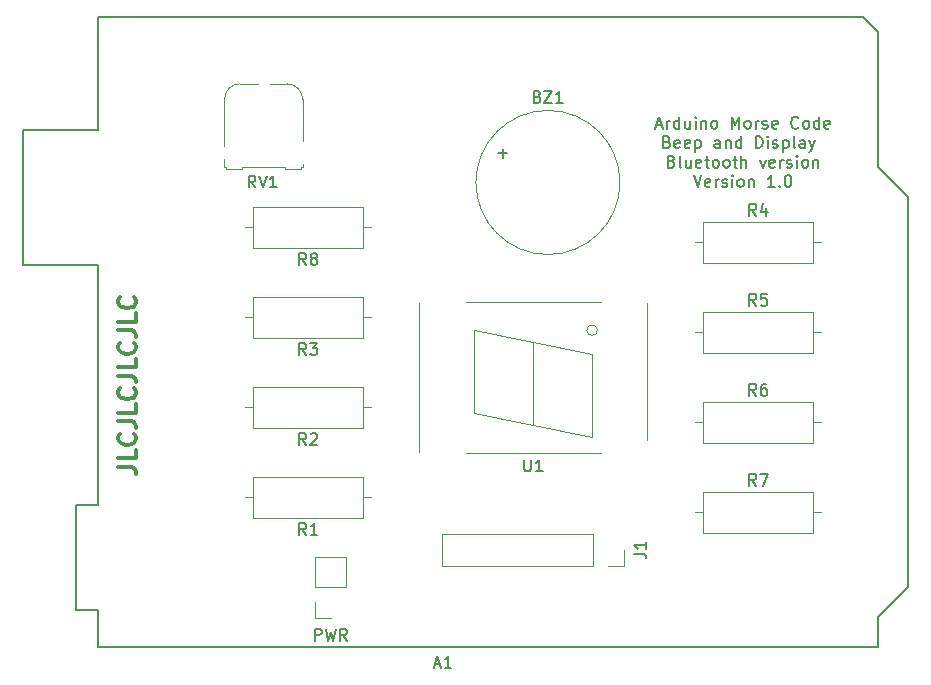
<source format=gbr>
G04 #@! TF.GenerationSoftware,KiCad,Pcbnew,(5.1.5)-3*
G04 #@! TF.CreationDate,2022-01-09T12:48:11+00:00*
G04 #@! TF.ProjectId,MorseSerialArduinoShield,4d6f7273-6553-4657-9269-616c41726475,rev?*
G04 #@! TF.SameCoordinates,Original*
G04 #@! TF.FileFunction,Legend,Top*
G04 #@! TF.FilePolarity,Positive*
%FSLAX46Y46*%
G04 Gerber Fmt 4.6, Leading zero omitted, Abs format (unit mm)*
G04 Created by KiCad (PCBNEW (5.1.5)-3) date 2022-01-09 12:48:11*
%MOMM*%
%LPD*%
G04 APERTURE LIST*
%ADD10C,0.300000*%
%ADD11C,0.150000*%
%ADD12C,0.120000*%
G04 APERTURE END LIST*
D10*
X112716571Y-113608571D02*
X113788000Y-113608571D01*
X114002285Y-113680000D01*
X114145142Y-113822857D01*
X114216571Y-114037142D01*
X114216571Y-114180000D01*
X114216571Y-112180000D02*
X114216571Y-112894285D01*
X112716571Y-112894285D01*
X114073714Y-110822857D02*
X114145142Y-110894285D01*
X114216571Y-111108571D01*
X114216571Y-111251428D01*
X114145142Y-111465714D01*
X114002285Y-111608571D01*
X113859428Y-111680000D01*
X113573714Y-111751428D01*
X113359428Y-111751428D01*
X113073714Y-111680000D01*
X112930857Y-111608571D01*
X112788000Y-111465714D01*
X112716571Y-111251428D01*
X112716571Y-111108571D01*
X112788000Y-110894285D01*
X112859428Y-110822857D01*
X112716571Y-109751428D02*
X113788000Y-109751428D01*
X114002285Y-109822857D01*
X114145142Y-109965714D01*
X114216571Y-110180000D01*
X114216571Y-110322857D01*
X114216571Y-108322857D02*
X114216571Y-109037142D01*
X112716571Y-109037142D01*
X114073714Y-106965714D02*
X114145142Y-107037142D01*
X114216571Y-107251428D01*
X114216571Y-107394285D01*
X114145142Y-107608571D01*
X114002285Y-107751428D01*
X113859428Y-107822857D01*
X113573714Y-107894285D01*
X113359428Y-107894285D01*
X113073714Y-107822857D01*
X112930857Y-107751428D01*
X112788000Y-107608571D01*
X112716571Y-107394285D01*
X112716571Y-107251428D01*
X112788000Y-107037142D01*
X112859428Y-106965714D01*
X112716571Y-105894285D02*
X113788000Y-105894285D01*
X114002285Y-105965714D01*
X114145142Y-106108571D01*
X114216571Y-106322857D01*
X114216571Y-106465714D01*
X114216571Y-104465714D02*
X114216571Y-105180000D01*
X112716571Y-105180000D01*
X114073714Y-103108571D02*
X114145142Y-103180000D01*
X114216571Y-103394285D01*
X114216571Y-103537142D01*
X114145142Y-103751428D01*
X114002285Y-103894285D01*
X113859428Y-103965714D01*
X113573714Y-104037142D01*
X113359428Y-104037142D01*
X113073714Y-103965714D01*
X112930857Y-103894285D01*
X112788000Y-103751428D01*
X112716571Y-103537142D01*
X112716571Y-103394285D01*
X112788000Y-103180000D01*
X112859428Y-103108571D01*
X112716571Y-102037142D02*
X113788000Y-102037142D01*
X114002285Y-102108571D01*
X114145142Y-102251428D01*
X114216571Y-102465714D01*
X114216571Y-102608571D01*
X114216571Y-100608571D02*
X114216571Y-101322857D01*
X112716571Y-101322857D01*
X114073714Y-99251428D02*
X114145142Y-99322857D01*
X114216571Y-99537142D01*
X114216571Y-99680000D01*
X114145142Y-99894285D01*
X114002285Y-100037142D01*
X113859428Y-100108571D01*
X113573714Y-100180000D01*
X113359428Y-100180000D01*
X113073714Y-100108571D01*
X112930857Y-100037142D01*
X112788000Y-99894285D01*
X112716571Y-99680000D01*
X112716571Y-99537142D01*
X112788000Y-99322857D01*
X112859428Y-99251428D01*
D11*
X110998000Y-128905000D02*
X177038000Y-128905000D01*
X110998000Y-125730000D02*
X110998000Y-128905000D01*
X109093000Y-125730000D02*
X110998000Y-125730000D01*
X109093000Y-116840000D02*
X109093000Y-125730000D01*
X110998000Y-116840000D02*
X109093000Y-116840000D01*
X110998000Y-96520000D02*
X110998000Y-116840000D01*
X104648000Y-96520000D02*
X110998000Y-96520000D01*
X104648000Y-85090000D02*
X104648000Y-96520000D01*
X110998000Y-85090000D02*
X104648000Y-85090000D01*
X110998000Y-84455000D02*
X110998000Y-85090000D01*
X110998000Y-75565000D02*
X110998000Y-84455000D01*
X175768000Y-75565000D02*
X110998000Y-75565000D01*
X177038000Y-76835000D02*
X175768000Y-75565000D01*
X177038000Y-88265000D02*
X177038000Y-76835000D01*
X179578000Y-90805000D02*
X177038000Y-88265000D01*
X179578000Y-92075000D02*
X179578000Y-90805000D01*
X179578000Y-123825000D02*
X179578000Y-92075000D01*
X177038000Y-126365000D02*
X179578000Y-123825000D01*
X177038000Y-128905000D02*
X177038000Y-126365000D01*
X158250857Y-84686666D02*
X158727047Y-84686666D01*
X158155619Y-84972380D02*
X158488952Y-83972380D01*
X158822285Y-84972380D01*
X159155619Y-84972380D02*
X159155619Y-84305714D01*
X159155619Y-84496190D02*
X159203238Y-84400952D01*
X159250857Y-84353333D01*
X159346095Y-84305714D01*
X159441333Y-84305714D01*
X160203238Y-84972380D02*
X160203238Y-83972380D01*
X160203238Y-84924761D02*
X160108000Y-84972380D01*
X159917523Y-84972380D01*
X159822285Y-84924761D01*
X159774666Y-84877142D01*
X159727047Y-84781904D01*
X159727047Y-84496190D01*
X159774666Y-84400952D01*
X159822285Y-84353333D01*
X159917523Y-84305714D01*
X160108000Y-84305714D01*
X160203238Y-84353333D01*
X161108000Y-84305714D02*
X161108000Y-84972380D01*
X160679428Y-84305714D02*
X160679428Y-84829523D01*
X160727047Y-84924761D01*
X160822285Y-84972380D01*
X160965142Y-84972380D01*
X161060380Y-84924761D01*
X161108000Y-84877142D01*
X161584190Y-84972380D02*
X161584190Y-84305714D01*
X161584190Y-83972380D02*
X161536571Y-84020000D01*
X161584190Y-84067619D01*
X161631809Y-84020000D01*
X161584190Y-83972380D01*
X161584190Y-84067619D01*
X162060380Y-84305714D02*
X162060380Y-84972380D01*
X162060380Y-84400952D02*
X162108000Y-84353333D01*
X162203238Y-84305714D01*
X162346095Y-84305714D01*
X162441333Y-84353333D01*
X162488952Y-84448571D01*
X162488952Y-84972380D01*
X163108000Y-84972380D02*
X163012761Y-84924761D01*
X162965142Y-84877142D01*
X162917523Y-84781904D01*
X162917523Y-84496190D01*
X162965142Y-84400952D01*
X163012761Y-84353333D01*
X163108000Y-84305714D01*
X163250857Y-84305714D01*
X163346095Y-84353333D01*
X163393714Y-84400952D01*
X163441333Y-84496190D01*
X163441333Y-84781904D01*
X163393714Y-84877142D01*
X163346095Y-84924761D01*
X163250857Y-84972380D01*
X163108000Y-84972380D01*
X164631809Y-84972380D02*
X164631809Y-83972380D01*
X164965142Y-84686666D01*
X165298476Y-83972380D01*
X165298476Y-84972380D01*
X165917523Y-84972380D02*
X165822285Y-84924761D01*
X165774666Y-84877142D01*
X165727047Y-84781904D01*
X165727047Y-84496190D01*
X165774666Y-84400952D01*
X165822285Y-84353333D01*
X165917523Y-84305714D01*
X166060380Y-84305714D01*
X166155619Y-84353333D01*
X166203238Y-84400952D01*
X166250857Y-84496190D01*
X166250857Y-84781904D01*
X166203238Y-84877142D01*
X166155619Y-84924761D01*
X166060380Y-84972380D01*
X165917523Y-84972380D01*
X166679428Y-84972380D02*
X166679428Y-84305714D01*
X166679428Y-84496190D02*
X166727047Y-84400952D01*
X166774666Y-84353333D01*
X166869904Y-84305714D01*
X166965142Y-84305714D01*
X167250857Y-84924761D02*
X167346095Y-84972380D01*
X167536571Y-84972380D01*
X167631809Y-84924761D01*
X167679428Y-84829523D01*
X167679428Y-84781904D01*
X167631809Y-84686666D01*
X167536571Y-84639047D01*
X167393714Y-84639047D01*
X167298476Y-84591428D01*
X167250857Y-84496190D01*
X167250857Y-84448571D01*
X167298476Y-84353333D01*
X167393714Y-84305714D01*
X167536571Y-84305714D01*
X167631809Y-84353333D01*
X168488952Y-84924761D02*
X168393714Y-84972380D01*
X168203238Y-84972380D01*
X168108000Y-84924761D01*
X168060380Y-84829523D01*
X168060380Y-84448571D01*
X168108000Y-84353333D01*
X168203238Y-84305714D01*
X168393714Y-84305714D01*
X168488952Y-84353333D01*
X168536571Y-84448571D01*
X168536571Y-84543809D01*
X168060380Y-84639047D01*
X170298476Y-84877142D02*
X170250857Y-84924761D01*
X170108000Y-84972380D01*
X170012761Y-84972380D01*
X169869904Y-84924761D01*
X169774666Y-84829523D01*
X169727047Y-84734285D01*
X169679428Y-84543809D01*
X169679428Y-84400952D01*
X169727047Y-84210476D01*
X169774666Y-84115238D01*
X169869904Y-84020000D01*
X170012761Y-83972380D01*
X170108000Y-83972380D01*
X170250857Y-84020000D01*
X170298476Y-84067619D01*
X170869904Y-84972380D02*
X170774666Y-84924761D01*
X170727047Y-84877142D01*
X170679428Y-84781904D01*
X170679428Y-84496190D01*
X170727047Y-84400952D01*
X170774666Y-84353333D01*
X170869904Y-84305714D01*
X171012761Y-84305714D01*
X171108000Y-84353333D01*
X171155619Y-84400952D01*
X171203238Y-84496190D01*
X171203238Y-84781904D01*
X171155619Y-84877142D01*
X171108000Y-84924761D01*
X171012761Y-84972380D01*
X170869904Y-84972380D01*
X172060380Y-84972380D02*
X172060380Y-83972380D01*
X172060380Y-84924761D02*
X171965142Y-84972380D01*
X171774666Y-84972380D01*
X171679428Y-84924761D01*
X171631809Y-84877142D01*
X171584190Y-84781904D01*
X171584190Y-84496190D01*
X171631809Y-84400952D01*
X171679428Y-84353333D01*
X171774666Y-84305714D01*
X171965142Y-84305714D01*
X172060380Y-84353333D01*
X172917523Y-84924761D02*
X172822285Y-84972380D01*
X172631809Y-84972380D01*
X172536571Y-84924761D01*
X172488952Y-84829523D01*
X172488952Y-84448571D01*
X172536571Y-84353333D01*
X172631809Y-84305714D01*
X172822285Y-84305714D01*
X172917523Y-84353333D01*
X172965142Y-84448571D01*
X172965142Y-84543809D01*
X172488952Y-84639047D01*
X159179428Y-86098571D02*
X159322285Y-86146190D01*
X159369904Y-86193809D01*
X159417523Y-86289047D01*
X159417523Y-86431904D01*
X159369904Y-86527142D01*
X159322285Y-86574761D01*
X159227047Y-86622380D01*
X158846095Y-86622380D01*
X158846095Y-85622380D01*
X159179428Y-85622380D01*
X159274666Y-85670000D01*
X159322285Y-85717619D01*
X159369904Y-85812857D01*
X159369904Y-85908095D01*
X159322285Y-86003333D01*
X159274666Y-86050952D01*
X159179428Y-86098571D01*
X158846095Y-86098571D01*
X160227047Y-86574761D02*
X160131809Y-86622380D01*
X159941333Y-86622380D01*
X159846095Y-86574761D01*
X159798476Y-86479523D01*
X159798476Y-86098571D01*
X159846095Y-86003333D01*
X159941333Y-85955714D01*
X160131809Y-85955714D01*
X160227047Y-86003333D01*
X160274666Y-86098571D01*
X160274666Y-86193809D01*
X159798476Y-86289047D01*
X161084190Y-86574761D02*
X160988952Y-86622380D01*
X160798476Y-86622380D01*
X160703238Y-86574761D01*
X160655619Y-86479523D01*
X160655619Y-86098571D01*
X160703238Y-86003333D01*
X160798476Y-85955714D01*
X160988952Y-85955714D01*
X161084190Y-86003333D01*
X161131809Y-86098571D01*
X161131809Y-86193809D01*
X160655619Y-86289047D01*
X161560380Y-85955714D02*
X161560380Y-86955714D01*
X161560380Y-86003333D02*
X161655619Y-85955714D01*
X161846095Y-85955714D01*
X161941333Y-86003333D01*
X161988952Y-86050952D01*
X162036571Y-86146190D01*
X162036571Y-86431904D01*
X161988952Y-86527142D01*
X161941333Y-86574761D01*
X161846095Y-86622380D01*
X161655619Y-86622380D01*
X161560380Y-86574761D01*
X163655619Y-86622380D02*
X163655619Y-86098571D01*
X163608000Y-86003333D01*
X163512761Y-85955714D01*
X163322285Y-85955714D01*
X163227047Y-86003333D01*
X163655619Y-86574761D02*
X163560380Y-86622380D01*
X163322285Y-86622380D01*
X163227047Y-86574761D01*
X163179428Y-86479523D01*
X163179428Y-86384285D01*
X163227047Y-86289047D01*
X163322285Y-86241428D01*
X163560380Y-86241428D01*
X163655619Y-86193809D01*
X164131809Y-85955714D02*
X164131809Y-86622380D01*
X164131809Y-86050952D02*
X164179428Y-86003333D01*
X164274666Y-85955714D01*
X164417523Y-85955714D01*
X164512761Y-86003333D01*
X164560380Y-86098571D01*
X164560380Y-86622380D01*
X165465142Y-86622380D02*
X165465142Y-85622380D01*
X165465142Y-86574761D02*
X165369904Y-86622380D01*
X165179428Y-86622380D01*
X165084190Y-86574761D01*
X165036571Y-86527142D01*
X164988952Y-86431904D01*
X164988952Y-86146190D01*
X165036571Y-86050952D01*
X165084190Y-86003333D01*
X165179428Y-85955714D01*
X165369904Y-85955714D01*
X165465142Y-86003333D01*
X166703238Y-86622380D02*
X166703238Y-85622380D01*
X166941333Y-85622380D01*
X167084190Y-85670000D01*
X167179428Y-85765238D01*
X167227047Y-85860476D01*
X167274666Y-86050952D01*
X167274666Y-86193809D01*
X167227047Y-86384285D01*
X167179428Y-86479523D01*
X167084190Y-86574761D01*
X166941333Y-86622380D01*
X166703238Y-86622380D01*
X167703238Y-86622380D02*
X167703238Y-85955714D01*
X167703238Y-85622380D02*
X167655619Y-85670000D01*
X167703238Y-85717619D01*
X167750857Y-85670000D01*
X167703238Y-85622380D01*
X167703238Y-85717619D01*
X168131809Y-86574761D02*
X168227047Y-86622380D01*
X168417523Y-86622380D01*
X168512761Y-86574761D01*
X168560380Y-86479523D01*
X168560380Y-86431904D01*
X168512761Y-86336666D01*
X168417523Y-86289047D01*
X168274666Y-86289047D01*
X168179428Y-86241428D01*
X168131809Y-86146190D01*
X168131809Y-86098571D01*
X168179428Y-86003333D01*
X168274666Y-85955714D01*
X168417523Y-85955714D01*
X168512761Y-86003333D01*
X168988952Y-85955714D02*
X168988952Y-86955714D01*
X168988952Y-86003333D02*
X169084190Y-85955714D01*
X169274666Y-85955714D01*
X169369904Y-86003333D01*
X169417523Y-86050952D01*
X169465142Y-86146190D01*
X169465142Y-86431904D01*
X169417523Y-86527142D01*
X169369904Y-86574761D01*
X169274666Y-86622380D01*
X169084190Y-86622380D01*
X168988952Y-86574761D01*
X170036571Y-86622380D02*
X169941333Y-86574761D01*
X169893714Y-86479523D01*
X169893714Y-85622380D01*
X170846095Y-86622380D02*
X170846095Y-86098571D01*
X170798476Y-86003333D01*
X170703238Y-85955714D01*
X170512761Y-85955714D01*
X170417523Y-86003333D01*
X170846095Y-86574761D02*
X170750857Y-86622380D01*
X170512761Y-86622380D01*
X170417523Y-86574761D01*
X170369904Y-86479523D01*
X170369904Y-86384285D01*
X170417523Y-86289047D01*
X170512761Y-86241428D01*
X170750857Y-86241428D01*
X170846095Y-86193809D01*
X171227047Y-85955714D02*
X171465142Y-86622380D01*
X171703238Y-85955714D02*
X171465142Y-86622380D01*
X171369904Y-86860476D01*
X171322285Y-86908095D01*
X171227047Y-86955714D01*
X159560380Y-87748571D02*
X159703238Y-87796190D01*
X159750857Y-87843809D01*
X159798476Y-87939047D01*
X159798476Y-88081904D01*
X159750857Y-88177142D01*
X159703238Y-88224761D01*
X159608000Y-88272380D01*
X159227047Y-88272380D01*
X159227047Y-87272380D01*
X159560380Y-87272380D01*
X159655619Y-87320000D01*
X159703238Y-87367619D01*
X159750857Y-87462857D01*
X159750857Y-87558095D01*
X159703238Y-87653333D01*
X159655619Y-87700952D01*
X159560380Y-87748571D01*
X159227047Y-87748571D01*
X160369904Y-88272380D02*
X160274666Y-88224761D01*
X160227047Y-88129523D01*
X160227047Y-87272380D01*
X161179428Y-87605714D02*
X161179428Y-88272380D01*
X160750857Y-87605714D02*
X160750857Y-88129523D01*
X160798476Y-88224761D01*
X160893714Y-88272380D01*
X161036571Y-88272380D01*
X161131809Y-88224761D01*
X161179428Y-88177142D01*
X162036571Y-88224761D02*
X161941333Y-88272380D01*
X161750857Y-88272380D01*
X161655619Y-88224761D01*
X161608000Y-88129523D01*
X161608000Y-87748571D01*
X161655619Y-87653333D01*
X161750857Y-87605714D01*
X161941333Y-87605714D01*
X162036571Y-87653333D01*
X162084190Y-87748571D01*
X162084190Y-87843809D01*
X161608000Y-87939047D01*
X162369904Y-87605714D02*
X162750857Y-87605714D01*
X162512761Y-87272380D02*
X162512761Y-88129523D01*
X162560380Y-88224761D01*
X162655619Y-88272380D01*
X162750857Y-88272380D01*
X163227047Y-88272380D02*
X163131809Y-88224761D01*
X163084190Y-88177142D01*
X163036571Y-88081904D01*
X163036571Y-87796190D01*
X163084190Y-87700952D01*
X163131809Y-87653333D01*
X163227047Y-87605714D01*
X163369904Y-87605714D01*
X163465142Y-87653333D01*
X163512761Y-87700952D01*
X163560380Y-87796190D01*
X163560380Y-88081904D01*
X163512761Y-88177142D01*
X163465142Y-88224761D01*
X163369904Y-88272380D01*
X163227047Y-88272380D01*
X164131809Y-88272380D02*
X164036571Y-88224761D01*
X163988952Y-88177142D01*
X163941333Y-88081904D01*
X163941333Y-87796190D01*
X163988952Y-87700952D01*
X164036571Y-87653333D01*
X164131809Y-87605714D01*
X164274666Y-87605714D01*
X164369904Y-87653333D01*
X164417523Y-87700952D01*
X164465142Y-87796190D01*
X164465142Y-88081904D01*
X164417523Y-88177142D01*
X164369904Y-88224761D01*
X164274666Y-88272380D01*
X164131809Y-88272380D01*
X164750857Y-87605714D02*
X165131809Y-87605714D01*
X164893714Y-87272380D02*
X164893714Y-88129523D01*
X164941333Y-88224761D01*
X165036571Y-88272380D01*
X165131809Y-88272380D01*
X165465142Y-88272380D02*
X165465142Y-87272380D01*
X165893714Y-88272380D02*
X165893714Y-87748571D01*
X165846095Y-87653333D01*
X165750857Y-87605714D01*
X165608000Y-87605714D01*
X165512761Y-87653333D01*
X165465142Y-87700952D01*
X167036571Y-87605714D02*
X167274666Y-88272380D01*
X167512761Y-87605714D01*
X168274666Y-88224761D02*
X168179428Y-88272380D01*
X167988952Y-88272380D01*
X167893714Y-88224761D01*
X167846095Y-88129523D01*
X167846095Y-87748571D01*
X167893714Y-87653333D01*
X167988952Y-87605714D01*
X168179428Y-87605714D01*
X168274666Y-87653333D01*
X168322285Y-87748571D01*
X168322285Y-87843809D01*
X167846095Y-87939047D01*
X168750857Y-88272380D02*
X168750857Y-87605714D01*
X168750857Y-87796190D02*
X168798476Y-87700952D01*
X168846095Y-87653333D01*
X168941333Y-87605714D01*
X169036571Y-87605714D01*
X169322285Y-88224761D02*
X169417523Y-88272380D01*
X169608000Y-88272380D01*
X169703238Y-88224761D01*
X169750857Y-88129523D01*
X169750857Y-88081904D01*
X169703238Y-87986666D01*
X169608000Y-87939047D01*
X169465142Y-87939047D01*
X169369904Y-87891428D01*
X169322285Y-87796190D01*
X169322285Y-87748571D01*
X169369904Y-87653333D01*
X169465142Y-87605714D01*
X169608000Y-87605714D01*
X169703238Y-87653333D01*
X170179428Y-88272380D02*
X170179428Y-87605714D01*
X170179428Y-87272380D02*
X170131809Y-87320000D01*
X170179428Y-87367619D01*
X170227047Y-87320000D01*
X170179428Y-87272380D01*
X170179428Y-87367619D01*
X170798476Y-88272380D02*
X170703238Y-88224761D01*
X170655619Y-88177142D01*
X170608000Y-88081904D01*
X170608000Y-87796190D01*
X170655619Y-87700952D01*
X170703238Y-87653333D01*
X170798476Y-87605714D01*
X170941333Y-87605714D01*
X171036571Y-87653333D01*
X171084190Y-87700952D01*
X171131809Y-87796190D01*
X171131809Y-88081904D01*
X171084190Y-88177142D01*
X171036571Y-88224761D01*
X170941333Y-88272380D01*
X170798476Y-88272380D01*
X171560380Y-87605714D02*
X171560380Y-88272380D01*
X171560380Y-87700952D02*
X171608000Y-87653333D01*
X171703238Y-87605714D01*
X171846095Y-87605714D01*
X171941333Y-87653333D01*
X171988952Y-87748571D01*
X171988952Y-88272380D01*
X161417523Y-88922380D02*
X161750857Y-89922380D01*
X162084190Y-88922380D01*
X162798476Y-89874761D02*
X162703238Y-89922380D01*
X162512761Y-89922380D01*
X162417523Y-89874761D01*
X162369904Y-89779523D01*
X162369904Y-89398571D01*
X162417523Y-89303333D01*
X162512761Y-89255714D01*
X162703238Y-89255714D01*
X162798476Y-89303333D01*
X162846095Y-89398571D01*
X162846095Y-89493809D01*
X162369904Y-89589047D01*
X163274666Y-89922380D02*
X163274666Y-89255714D01*
X163274666Y-89446190D02*
X163322285Y-89350952D01*
X163369904Y-89303333D01*
X163465142Y-89255714D01*
X163560380Y-89255714D01*
X163846095Y-89874761D02*
X163941333Y-89922380D01*
X164131809Y-89922380D01*
X164227047Y-89874761D01*
X164274666Y-89779523D01*
X164274666Y-89731904D01*
X164227047Y-89636666D01*
X164131809Y-89589047D01*
X163988952Y-89589047D01*
X163893714Y-89541428D01*
X163846095Y-89446190D01*
X163846095Y-89398571D01*
X163893714Y-89303333D01*
X163988952Y-89255714D01*
X164131809Y-89255714D01*
X164227047Y-89303333D01*
X164703238Y-89922380D02*
X164703238Y-89255714D01*
X164703238Y-88922380D02*
X164655619Y-88970000D01*
X164703238Y-89017619D01*
X164750857Y-88970000D01*
X164703238Y-88922380D01*
X164703238Y-89017619D01*
X165322285Y-89922380D02*
X165227047Y-89874761D01*
X165179428Y-89827142D01*
X165131809Y-89731904D01*
X165131809Y-89446190D01*
X165179428Y-89350952D01*
X165227047Y-89303333D01*
X165322285Y-89255714D01*
X165465142Y-89255714D01*
X165560380Y-89303333D01*
X165608000Y-89350952D01*
X165655619Y-89446190D01*
X165655619Y-89731904D01*
X165608000Y-89827142D01*
X165560380Y-89874761D01*
X165465142Y-89922380D01*
X165322285Y-89922380D01*
X166084190Y-89255714D02*
X166084190Y-89922380D01*
X166084190Y-89350952D02*
X166131809Y-89303333D01*
X166227047Y-89255714D01*
X166369904Y-89255714D01*
X166465142Y-89303333D01*
X166512761Y-89398571D01*
X166512761Y-89922380D01*
X168274666Y-89922380D02*
X167703238Y-89922380D01*
X167988952Y-89922380D02*
X167988952Y-88922380D01*
X167893714Y-89065238D01*
X167798476Y-89160476D01*
X167703238Y-89208095D01*
X168703238Y-89827142D02*
X168750857Y-89874761D01*
X168703238Y-89922380D01*
X168655619Y-89874761D01*
X168703238Y-89827142D01*
X168703238Y-89922380D01*
X169369904Y-88922380D02*
X169465142Y-88922380D01*
X169560380Y-88970000D01*
X169608000Y-89017619D01*
X169655619Y-89112857D01*
X169703238Y-89303333D01*
X169703238Y-89541428D01*
X169655619Y-89731904D01*
X169608000Y-89827142D01*
X169560380Y-89874761D01*
X169465142Y-89922380D01*
X169369904Y-89922380D01*
X169274666Y-89874761D01*
X169227047Y-89827142D01*
X169179428Y-89731904D01*
X169131809Y-89541428D01*
X169131809Y-89303333D01*
X169179428Y-89112857D01*
X169227047Y-89017619D01*
X169274666Y-88970000D01*
X169369904Y-88922380D01*
D12*
X130683000Y-126425000D02*
X129353000Y-126425000D01*
X129353000Y-126425000D02*
X129353000Y-125095000D01*
X129353000Y-123825000D02*
X129353000Y-121225000D01*
X132013000Y-121225000D02*
X129353000Y-121225000D01*
X132013000Y-123825000D02*
X132013000Y-121225000D01*
X132013000Y-123825000D02*
X129353000Y-123825000D01*
X155508000Y-120650000D02*
X155508000Y-121980000D01*
X155508000Y-121980000D02*
X154178000Y-121980000D01*
X152908000Y-121980000D02*
X140148000Y-121980000D01*
X140148000Y-119320000D02*
X140148000Y-121980000D01*
X152908000Y-119320000D02*
X140148000Y-119320000D01*
X152908000Y-119320000D02*
X152908000Y-121980000D01*
X128218000Y-88405000D02*
X126798000Y-88405000D01*
X126798000Y-88205000D02*
X123218000Y-88205000D01*
X123218000Y-88205000D02*
X123218000Y-88405000D01*
X123218000Y-88405000D02*
X121798000Y-88405000D01*
X121798000Y-88405000D02*
X121798000Y-88205000D01*
X125518000Y-81185000D02*
X127008000Y-81185000D01*
X128318000Y-82495000D02*
X128318000Y-86035000D01*
X121698000Y-86475000D02*
X121698000Y-82495000D01*
X123008000Y-81185000D02*
X124498000Y-81185000D01*
X127008000Y-81185000D02*
G75*
G02X128318000Y-82495000I0J-1310000D01*
G01*
X121698000Y-82495000D02*
G75*
G02X123008000Y-81185000I1310000J0D01*
G01*
X126798000Y-88205000D02*
X126798000Y-88405000D01*
X128218000Y-88405000D02*
X128218000Y-88205000D01*
X128218000Y-88205000D02*
X128318000Y-88205000D01*
X128318000Y-88205000D02*
X128318000Y-87955000D01*
X121798000Y-88205000D02*
X121698000Y-88205000D01*
X121698000Y-88205000D02*
X121698000Y-87515000D01*
X172188000Y-117475000D02*
X171498000Y-117475000D01*
X161568000Y-117475000D02*
X162258000Y-117475000D01*
X171498000Y-115755000D02*
X162258000Y-115755000D01*
X171498000Y-119195000D02*
X171498000Y-115755000D01*
X162258000Y-119195000D02*
X171498000Y-119195000D01*
X162258000Y-115755000D02*
X162258000Y-119195000D01*
X155188000Y-89535000D02*
G75*
G03X155188000Y-89535000I-6100000J0D01*
G01*
X153543000Y-112455000D02*
X142113000Y-112455000D01*
X153543000Y-99635000D02*
X142113000Y-99635000D01*
X157463000Y-111345000D02*
X157463000Y-99745000D01*
X138193000Y-99745000D02*
X138193000Y-112345000D01*
X142828000Y-109045000D02*
X147828000Y-110045000D01*
X147828000Y-110045000D02*
X152828000Y-111045000D01*
X152828000Y-111045000D02*
X152828000Y-104045000D01*
X152828000Y-104045000D02*
X147828000Y-103045000D01*
X142828000Y-102045000D02*
X147828000Y-103045000D01*
X147828000Y-103045000D02*
X147828000Y-110045000D01*
X142828000Y-109045000D02*
X142828000Y-102045000D01*
X153275214Y-102045000D02*
G75*
G03X153275214Y-102045000I-447214J0D01*
G01*
X123468000Y-93345000D02*
X124158000Y-93345000D01*
X134088000Y-93345000D02*
X133398000Y-93345000D01*
X124158000Y-95065000D02*
X133398000Y-95065000D01*
X124158000Y-91625000D02*
X124158000Y-95065000D01*
X133398000Y-91625000D02*
X124158000Y-91625000D01*
X133398000Y-95065000D02*
X133398000Y-91625000D01*
X172188000Y-109855000D02*
X171498000Y-109855000D01*
X161568000Y-109855000D02*
X162258000Y-109855000D01*
X171498000Y-108135000D02*
X162258000Y-108135000D01*
X171498000Y-111575000D02*
X171498000Y-108135000D01*
X162258000Y-111575000D02*
X171498000Y-111575000D01*
X162258000Y-108135000D02*
X162258000Y-111575000D01*
X162258000Y-100515000D02*
X162258000Y-103955000D01*
X162258000Y-103955000D02*
X171498000Y-103955000D01*
X171498000Y-103955000D02*
X171498000Y-100515000D01*
X171498000Y-100515000D02*
X162258000Y-100515000D01*
X161568000Y-102235000D02*
X162258000Y-102235000D01*
X172188000Y-102235000D02*
X171498000Y-102235000D01*
X172188000Y-94615000D02*
X171498000Y-94615000D01*
X161568000Y-94615000D02*
X162258000Y-94615000D01*
X171498000Y-92895000D02*
X162258000Y-92895000D01*
X171498000Y-96335000D02*
X171498000Y-92895000D01*
X162258000Y-96335000D02*
X171498000Y-96335000D01*
X162258000Y-92895000D02*
X162258000Y-96335000D01*
X123468000Y-100965000D02*
X124158000Y-100965000D01*
X134088000Y-100965000D02*
X133398000Y-100965000D01*
X124158000Y-102685000D02*
X133398000Y-102685000D01*
X124158000Y-99245000D02*
X124158000Y-102685000D01*
X133398000Y-99245000D02*
X124158000Y-99245000D01*
X133398000Y-102685000D02*
X133398000Y-99245000D01*
X133398000Y-110305000D02*
X133398000Y-106865000D01*
X133398000Y-106865000D02*
X124158000Y-106865000D01*
X124158000Y-106865000D02*
X124158000Y-110305000D01*
X124158000Y-110305000D02*
X133398000Y-110305000D01*
X134088000Y-108585000D02*
X133398000Y-108585000D01*
X123468000Y-108585000D02*
X124158000Y-108585000D01*
X123468000Y-116205000D02*
X124158000Y-116205000D01*
X134088000Y-116205000D02*
X133398000Y-116205000D01*
X124158000Y-117925000D02*
X133398000Y-117925000D01*
X124158000Y-114485000D02*
X124158000Y-117925000D01*
X133398000Y-114485000D02*
X124158000Y-114485000D01*
X133398000Y-117925000D02*
X133398000Y-114485000D01*
D11*
X129349666Y-128317380D02*
X129349666Y-127317380D01*
X129730619Y-127317380D01*
X129825857Y-127365000D01*
X129873476Y-127412619D01*
X129921095Y-127507857D01*
X129921095Y-127650714D01*
X129873476Y-127745952D01*
X129825857Y-127793571D01*
X129730619Y-127841190D01*
X129349666Y-127841190D01*
X130254428Y-127317380D02*
X130492523Y-128317380D01*
X130683000Y-127603095D01*
X130873476Y-128317380D01*
X131111571Y-127317380D01*
X132063952Y-128317380D02*
X131730619Y-127841190D01*
X131492523Y-128317380D02*
X131492523Y-127317380D01*
X131873476Y-127317380D01*
X131968714Y-127365000D01*
X132016333Y-127412619D01*
X132063952Y-127507857D01*
X132063952Y-127650714D01*
X132016333Y-127745952D01*
X131968714Y-127793571D01*
X131873476Y-127841190D01*
X131492523Y-127841190D01*
X156400380Y-120983333D02*
X157114666Y-120983333D01*
X157257523Y-121030952D01*
X157352761Y-121126190D01*
X157400380Y-121269047D01*
X157400380Y-121364285D01*
X157400380Y-119983333D02*
X157400380Y-120554761D01*
X157400380Y-120269047D02*
X156400380Y-120269047D01*
X156543238Y-120364285D01*
X156638476Y-120459523D01*
X156686095Y-120554761D01*
X139493714Y-130341666D02*
X139969904Y-130341666D01*
X139398476Y-130627380D02*
X139731809Y-129627380D01*
X140065142Y-130627380D01*
X140922285Y-130627380D02*
X140350857Y-130627380D01*
X140636571Y-130627380D02*
X140636571Y-129627380D01*
X140541333Y-129770238D01*
X140446095Y-129865476D01*
X140350857Y-129913095D01*
X124312761Y-89947380D02*
X123979428Y-89471190D01*
X123741333Y-89947380D02*
X123741333Y-88947380D01*
X124122285Y-88947380D01*
X124217523Y-88995000D01*
X124265142Y-89042619D01*
X124312761Y-89137857D01*
X124312761Y-89280714D01*
X124265142Y-89375952D01*
X124217523Y-89423571D01*
X124122285Y-89471190D01*
X123741333Y-89471190D01*
X124598476Y-88947380D02*
X124931809Y-89947380D01*
X125265142Y-88947380D01*
X126122285Y-89947380D02*
X125550857Y-89947380D01*
X125836571Y-89947380D02*
X125836571Y-88947380D01*
X125741333Y-89090238D01*
X125646095Y-89185476D01*
X125550857Y-89233095D01*
X166711333Y-115207380D02*
X166378000Y-114731190D01*
X166139904Y-115207380D02*
X166139904Y-114207380D01*
X166520857Y-114207380D01*
X166616095Y-114255000D01*
X166663714Y-114302619D01*
X166711333Y-114397857D01*
X166711333Y-114540714D01*
X166663714Y-114635952D01*
X166616095Y-114683571D01*
X166520857Y-114731190D01*
X166139904Y-114731190D01*
X167044666Y-114207380D02*
X167711333Y-114207380D01*
X167282761Y-115207380D01*
X148207047Y-82263571D02*
X148349904Y-82311190D01*
X148397523Y-82358809D01*
X148445142Y-82454047D01*
X148445142Y-82596904D01*
X148397523Y-82692142D01*
X148349904Y-82739761D01*
X148254666Y-82787380D01*
X147873714Y-82787380D01*
X147873714Y-81787380D01*
X148207047Y-81787380D01*
X148302285Y-81835000D01*
X148349904Y-81882619D01*
X148397523Y-81977857D01*
X148397523Y-82073095D01*
X148349904Y-82168333D01*
X148302285Y-82215952D01*
X148207047Y-82263571D01*
X147873714Y-82263571D01*
X148778476Y-81787380D02*
X149445142Y-81787380D01*
X148778476Y-82787380D01*
X149445142Y-82787380D01*
X150349904Y-82787380D02*
X149778476Y-82787380D01*
X150064190Y-82787380D02*
X150064190Y-81787380D01*
X149968952Y-81930238D01*
X149873714Y-82025476D01*
X149778476Y-82073095D01*
X144897047Y-87066428D02*
X145658952Y-87066428D01*
X145278000Y-87447380D02*
X145278000Y-86685476D01*
X147066095Y-112997380D02*
X147066095Y-113806904D01*
X147113714Y-113902142D01*
X147161333Y-113949761D01*
X147256571Y-113997380D01*
X147447047Y-113997380D01*
X147542285Y-113949761D01*
X147589904Y-113902142D01*
X147637523Y-113806904D01*
X147637523Y-112997380D01*
X148637523Y-113997380D02*
X148066095Y-113997380D01*
X148351809Y-113997380D02*
X148351809Y-112997380D01*
X148256571Y-113140238D01*
X148161333Y-113235476D01*
X148066095Y-113283095D01*
X128611333Y-96517380D02*
X128278000Y-96041190D01*
X128039904Y-96517380D02*
X128039904Y-95517380D01*
X128420857Y-95517380D01*
X128516095Y-95565000D01*
X128563714Y-95612619D01*
X128611333Y-95707857D01*
X128611333Y-95850714D01*
X128563714Y-95945952D01*
X128516095Y-95993571D01*
X128420857Y-96041190D01*
X128039904Y-96041190D01*
X129182761Y-95945952D02*
X129087523Y-95898333D01*
X129039904Y-95850714D01*
X128992285Y-95755476D01*
X128992285Y-95707857D01*
X129039904Y-95612619D01*
X129087523Y-95565000D01*
X129182761Y-95517380D01*
X129373238Y-95517380D01*
X129468476Y-95565000D01*
X129516095Y-95612619D01*
X129563714Y-95707857D01*
X129563714Y-95755476D01*
X129516095Y-95850714D01*
X129468476Y-95898333D01*
X129373238Y-95945952D01*
X129182761Y-95945952D01*
X129087523Y-95993571D01*
X129039904Y-96041190D01*
X128992285Y-96136428D01*
X128992285Y-96326904D01*
X129039904Y-96422142D01*
X129087523Y-96469761D01*
X129182761Y-96517380D01*
X129373238Y-96517380D01*
X129468476Y-96469761D01*
X129516095Y-96422142D01*
X129563714Y-96326904D01*
X129563714Y-96136428D01*
X129516095Y-96041190D01*
X129468476Y-95993571D01*
X129373238Y-95945952D01*
X166711333Y-107587380D02*
X166378000Y-107111190D01*
X166139904Y-107587380D02*
X166139904Y-106587380D01*
X166520857Y-106587380D01*
X166616095Y-106635000D01*
X166663714Y-106682619D01*
X166711333Y-106777857D01*
X166711333Y-106920714D01*
X166663714Y-107015952D01*
X166616095Y-107063571D01*
X166520857Y-107111190D01*
X166139904Y-107111190D01*
X167568476Y-106587380D02*
X167378000Y-106587380D01*
X167282761Y-106635000D01*
X167235142Y-106682619D01*
X167139904Y-106825476D01*
X167092285Y-107015952D01*
X167092285Y-107396904D01*
X167139904Y-107492142D01*
X167187523Y-107539761D01*
X167282761Y-107587380D01*
X167473238Y-107587380D01*
X167568476Y-107539761D01*
X167616095Y-107492142D01*
X167663714Y-107396904D01*
X167663714Y-107158809D01*
X167616095Y-107063571D01*
X167568476Y-107015952D01*
X167473238Y-106968333D01*
X167282761Y-106968333D01*
X167187523Y-107015952D01*
X167139904Y-107063571D01*
X167092285Y-107158809D01*
X166711333Y-99967380D02*
X166378000Y-99491190D01*
X166139904Y-99967380D02*
X166139904Y-98967380D01*
X166520857Y-98967380D01*
X166616095Y-99015000D01*
X166663714Y-99062619D01*
X166711333Y-99157857D01*
X166711333Y-99300714D01*
X166663714Y-99395952D01*
X166616095Y-99443571D01*
X166520857Y-99491190D01*
X166139904Y-99491190D01*
X167616095Y-98967380D02*
X167139904Y-98967380D01*
X167092285Y-99443571D01*
X167139904Y-99395952D01*
X167235142Y-99348333D01*
X167473238Y-99348333D01*
X167568476Y-99395952D01*
X167616095Y-99443571D01*
X167663714Y-99538809D01*
X167663714Y-99776904D01*
X167616095Y-99872142D01*
X167568476Y-99919761D01*
X167473238Y-99967380D01*
X167235142Y-99967380D01*
X167139904Y-99919761D01*
X167092285Y-99872142D01*
X166711333Y-92347380D02*
X166378000Y-91871190D01*
X166139904Y-92347380D02*
X166139904Y-91347380D01*
X166520857Y-91347380D01*
X166616095Y-91395000D01*
X166663714Y-91442619D01*
X166711333Y-91537857D01*
X166711333Y-91680714D01*
X166663714Y-91775952D01*
X166616095Y-91823571D01*
X166520857Y-91871190D01*
X166139904Y-91871190D01*
X167568476Y-91680714D02*
X167568476Y-92347380D01*
X167330380Y-91299761D02*
X167092285Y-92014047D01*
X167711333Y-92014047D01*
X128611333Y-104137380D02*
X128278000Y-103661190D01*
X128039904Y-104137380D02*
X128039904Y-103137380D01*
X128420857Y-103137380D01*
X128516095Y-103185000D01*
X128563714Y-103232619D01*
X128611333Y-103327857D01*
X128611333Y-103470714D01*
X128563714Y-103565952D01*
X128516095Y-103613571D01*
X128420857Y-103661190D01*
X128039904Y-103661190D01*
X128944666Y-103137380D02*
X129563714Y-103137380D01*
X129230380Y-103518333D01*
X129373238Y-103518333D01*
X129468476Y-103565952D01*
X129516095Y-103613571D01*
X129563714Y-103708809D01*
X129563714Y-103946904D01*
X129516095Y-104042142D01*
X129468476Y-104089761D01*
X129373238Y-104137380D01*
X129087523Y-104137380D01*
X128992285Y-104089761D01*
X128944666Y-104042142D01*
X128611333Y-111757380D02*
X128278000Y-111281190D01*
X128039904Y-111757380D02*
X128039904Y-110757380D01*
X128420857Y-110757380D01*
X128516095Y-110805000D01*
X128563714Y-110852619D01*
X128611333Y-110947857D01*
X128611333Y-111090714D01*
X128563714Y-111185952D01*
X128516095Y-111233571D01*
X128420857Y-111281190D01*
X128039904Y-111281190D01*
X128992285Y-110852619D02*
X129039904Y-110805000D01*
X129135142Y-110757380D01*
X129373238Y-110757380D01*
X129468476Y-110805000D01*
X129516095Y-110852619D01*
X129563714Y-110947857D01*
X129563714Y-111043095D01*
X129516095Y-111185952D01*
X128944666Y-111757380D01*
X129563714Y-111757380D01*
X128611333Y-119377380D02*
X128278000Y-118901190D01*
X128039904Y-119377380D02*
X128039904Y-118377380D01*
X128420857Y-118377380D01*
X128516095Y-118425000D01*
X128563714Y-118472619D01*
X128611333Y-118567857D01*
X128611333Y-118710714D01*
X128563714Y-118805952D01*
X128516095Y-118853571D01*
X128420857Y-118901190D01*
X128039904Y-118901190D01*
X129563714Y-119377380D02*
X128992285Y-119377380D01*
X129278000Y-119377380D02*
X129278000Y-118377380D01*
X129182761Y-118520238D01*
X129087523Y-118615476D01*
X128992285Y-118663095D01*
M02*

</source>
